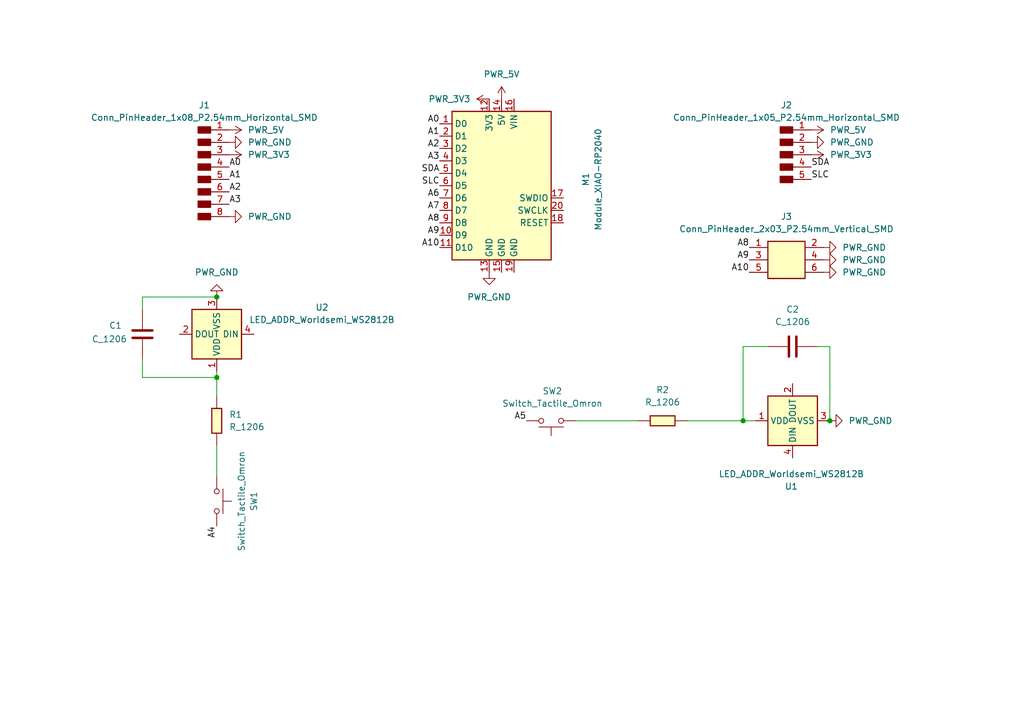
<source format=kicad_sch>
(kicad_sch (version 20231120) (generator "eeschema") (generator_version "8.0")
  (paper "A5")
  (lib_symbols
    (symbol "fab:C_1206" (pin_numbers hide)
      (property "Reference" "C" (at 0.635 2.54 0))
      (property "Value" "C_1206" (at 0.635 -2.54 0))
      (symbol "C_1206_0_1"
        (polyline (pts (xy -2.032 -0.762) (xy 2.032 -0.762)) (stroke (width 0.508)))
        (polyline (pts (xy -2.032 0.762) (xy 2.032 0.762)) (stroke (width 0.508)))
        (polyline (pts (xy 0 -0.635) (xy 0 -2.54)))
        (polyline (pts (xy 0 0.635) (xy 0 2.54)))
      )
      (symbol "C_1206_1_1"
        (pin passive line (at 0 5.08 270) (length 2.54) (name "~") (number "1"))
        (pin passive line (at 0 -5.08 90) (length 2.54) (name "~") (number "2"))
      )
    )
    (symbol "fab:Conn_PinHeader_1x05_P2.54mm_Horizontal_SMD" (pin_names hide)
      (property "Reference" "J" (at 0 7.62 0))
      (property "Value" "Conn_PinHeader_1x05_P2.54mm_Horizontal_SMD" (at 0 -7.62 0))
      (symbol "Conn_PinHeader_1x05_P2.54mm_Horizontal_SMD_1_1"
        (rectangle (start -1.27 -4.445) (end 1.27 -5.715) (stroke (width 0.254)) (fill (type outline)))
        (rectangle (start -1.27 -1.905) (end 1.27 -3.175) (stroke (width 0.254)) (fill (type outline)))
        (rectangle (start -1.27 0.635) (end 1.27 -0.635) (stroke (width 0.254)) (fill (type outline)))
        (rectangle (start -1.27 3.175) (end 1.27 1.905) (stroke (width 0.254)) (fill (type outline)))
        (rectangle (start -1.27 5.715) (end 1.27 4.445) (stroke (width 0.254)) (fill (type outline)))
        (pin passive line (at 5.08 5.08 180) (length 3.81) (name "Pin_1") (number "1"))
        (pin passive line (at 5.08 2.54 180) (length 3.81) (name "Pin_2") (number "2"))
        (pin passive line (at 5.08 0 180) (length 3.81) (name "Pin_3") (number "3"))
        (pin passive line (at 5.08 -2.54 180) (length 3.81) (name "Pin_4") (number "4"))
        (pin passive line (at 5.08 -5.08 180) (length 3.81) (name "Pin_5") (number "5"))
      )
    )
    (symbol "fab:Conn_PinHeader_1x08_P2.54mm_Horizontal_SMD" (pin_names hide)
      (property "Reference" "J" (at 0 10.16 0))
      (property "Value" "Conn_PinHeader_1x08_P2.54mm_Horizontal_SMD" (at 0 -12.7 0))
      (symbol "Conn_PinHeader_1x08_P2.54mm_Horizontal_SMD_1_1"
        (rectangle (start -1.27 -9.525) (end 1.27 -10.795) (stroke (width 0.254)) (fill (type outline)))
        (rectangle (start -1.27 -6.985) (end 1.27 -8.255) (stroke (width 0.254)) (fill (type outline)))
        (rectangle (start -1.27 -4.445) (end 1.27 -5.715) (stroke (width 0.254)) (fill (type outline)))
        (rectangle (start -1.27 -1.905) (end 1.27 -3.175) (stroke (width 0.254)) (fill (type outline)))
        (rectangle (start -1.27 0.635) (end 1.27 -0.635) (stroke (width 0.254)) (fill (type outline)))
        (rectangle (start -1.27 3.175) (end 1.27 1.905) (stroke (width 0.254)) (fill (type outline)))
        (rectangle (start -1.27 5.715) (end 1.27 4.445) (stroke (width 0.254)) (fill (type outline)))
        (rectangle (start -1.27 8.255) (end 1.27 6.985) (stroke (width 0.254)) (fill (type outline)))
        (pin passive line (at 5.08 7.62 180) (length 3.81) (name "Pin_1") (number "1"))
        (pin passive line (at 5.08 5.08 180) (length 3.81) (name "Pin_2") (number "2"))
        (pin passive line (at 5.08 2.54 180) (length 3.81) (name "Pin_3") (number "3"))
        (pin passive line (at 5.08 0 180) (length 3.81) (name "Pin_4") (number "4"))
        (pin passive line (at 5.08 -2.54 180) (length 3.81) (name "Pin_5") (number "5"))
        (pin passive line (at 5.08 -5.08 180) (length 3.81) (name "Pin_6") (number "6"))
        (pin passive line (at 5.08 -7.62 180) (length 3.81) (name "Pin_7") (number "7"))
        (pin passive line (at 5.08 -10.16 180) (length 3.81) (name "Pin_8") (number "8"))
      )
    )
    (symbol "fab:Conn_PinHeader_2x03_P2.54mm_Vertical_SMD" (pin_names hide)
      (property "Reference" "J" (at 0 5.08 0))
      (property "Value" "Conn_PinHeader_2x03_P2.54mm_Vertical_SMD" (at 0 -5.08 0))
      (symbol "Conn_PinHeader_2x03_P2.54mm_Vertical_SMD_1_1"
        (rectangle (start -3.81 3.81) (end 3.81 -3.81) (stroke (width 0.254)) (fill (type background)))
        (pin passive line (at -7.62 2.54 0) (length 3.81) (name "Pin_1") (number "1"))
        (pin passive line (at 7.62 2.54 180) (length 3.81) (name "Pin_2") (number "2"))
        (pin passive line (at -7.62 0 0) (length 3.81) (name "Pin_3") (number "3"))
        (pin passive line (at 7.62 0 180) (length 3.81) (name "Pin_4") (number "4"))
        (pin passive line (at -7.62 -2.54 0) (length 3.81) (name "Pin_5") (number "5"))
        (pin passive line (at 7.62 -2.54 180) (length 3.81) (name "Pin_6") (number "6"))
      )
    )
    (symbol "fab:LED_ADDR_Worldsemi_WS2812B"
      (property "Reference" "U" (at -5.08 5.715 0))
      (property "Value" "LED_ADDR_Worldsemi_WS2812B" (at 0.635 5.715 0))
      (symbol "LED_ADDR_Worldsemi_WS2812B_0_1"
        (rectangle (start -5.08 5.08) (end 5.08 -5.08) (stroke (width 0.254)) (fill (type background)))
      )
      (symbol "LED_ADDR_Worldsemi_WS2812B_1_1"
        (pin power_in line (at 0 7.62 270) (length 2.54) (name "VDD") (number "1"))
        (pin output line (at 7.62 0 180) (length 2.54) (name "DOUT") (number "2"))
        (pin power_in line (at 0 -7.62 90) (length 2.54) (name "VSS") (number "3"))
        (pin input line (at -7.62 0 0) (length 2.54) (name "DIN") (number "4"))
      )
    )
    (symbol "fab:Module_XIAO-RP2040"
      (property "Reference" "M" (at -10.16 16.51 0))
      (property "Value" "Module_XIAO-RP2040" (at 3.81 16.51 0))
      (symbol "Module_XIAO-RP2040_1_1"
        (rectangle (start -10.16 15.24) (end 10.16 -15.24) (stroke (width 0.254)) (fill (type background)))
        (pin bidirectional line (at -12.7 12.7 0) (length 2.54) (name "D0") (number "1"))
        (pin bidirectional line (at -12.7 -10.16 0) (length 2.54) (name "D9") (number "10"))
        (pin bidirectional line (at -12.7 -12.7 0) (length 2.54) (name "D10") (number "11"))
        (pin power_in line (at -2.54 17.78 270) (length 2.54) (name "3V3") (number "12"))
        (pin power_in line (at -2.54 -17.78 90) (length 2.54) (name "GND") (number "13"))
        (pin power_in line (at 0 17.78 270) (length 2.54) (name "5V") (number "14"))
        (pin power_in line (at 0 -17.78 90) (length 2.54) (name "GND") (number "15"))
        (pin power_in line (at 2.54 17.78 270) (length 2.54) (name "VIN") (number "16"))
        (pin bidirectional line (at 12.7 -2.54 180) (length 2.54) (name "SWDIO") (number "17"))
        (pin input line (at 12.7 -7.62 180) (length 2.54) (name "RESET") (number "18"))
        (pin power_in line (at 2.54 -17.78 90) (length 2.54) (name "GND") (number "19"))
        (pin bidirectional line (at -12.7 10.16 0) (length 2.54) (name "D1") (number "2"))
        (pin input line (at 12.7 -5.08 180) (length 2.54) (name "SWCLK") (number "20"))
        (pin bidirectional line (at -12.7 7.62 0) (length 2.54) (name "D2") (number "3"))
        (pin bidirectional line (at -12.7 5.08 0) (length 2.54) (name "D3") (number "4"))
        (pin bidirectional line (at -12.7 2.54 0) (length 2.54) (name "D4") (number "5"))
        (pin bidirectional line (at -12.7 0 0) (length 2.54) (name "D5") (number "6"))
        (pin bidirectional line (at -12.7 -2.54 0) (length 2.54) (name "D6") (number "7"))
        (pin bidirectional line (at -12.7 -5.08 0) (length 2.54) (name "D7") (number "8"))
        (pin bidirectional line (at -12.7 -7.62 0) (length 2.54) (name "D8") (number "9"))
      )
    )
    (symbol "fab:PWR_3V3" (power) (pin_names (offset 0))
      (property "Value" "PWR_3V3" (at 0 3.556 0))
      (symbol "PWR_3V3_0_1"
        (polyline (pts (xy -0.762 1.27) (xy 0 2.54)))
        (polyline (pts (xy 0 0) (xy 0 2.54)))
        (polyline (pts (xy 0 2.54) (xy 0.762 1.27)))
      )
      (symbol "PWR_3V3_1_1"
        (pin power_in line (at 0 0 90) (length 0) hide (name "PWR_3V3") (number "1"))
      )
    )
    (symbol "fab:PWR_5V" (power) (pin_names (offset 0))
      (property "Value" "PWR_5V" (at 0 3.556 0))
      (symbol "PWR_5V_0_1"
        (polyline (pts (xy -0.762 1.27) (xy 0 2.54)))
        (polyline (pts (xy 0 0) (xy 0 2.54)))
        (polyline (pts (xy 0 2.54) (xy 0.762 1.27)))
      )
      (symbol "PWR_5V_1_1"
        (pin power_in line (at 0 0 90) (length 0) hide (name "PWR_5V") (number "1"))
      )
    )
    (symbol "fab:PWR_GND" (power) (pin_names (offset 0))
      (property "Value" "PWR_GND" (at 0 -3.81 0))
      (symbol "PWR_GND_0_1"
        (polyline (pts (xy 0 0) (xy 0 -1.27) (xy 1.27 -1.27) (xy 0 -2.54) (xy -1.27 -1.27) (xy 0 -1.27)))
      )
      (symbol "PWR_GND_1_1"
        (pin power_in line (at 0 0 270) (length 0) hide (name "PWR_GND") (number "1"))
      )
    )
    (symbol "fab:R_1206" (pin_numbers hide) (pin_names (offset 0))
      (property "Reference" "R" (at 2.54 0 90))
      (property "Value" "R_1206" (at -2.54 0 90))
      (symbol "R_1206_0_1"
        (rectangle (start -1.016 -2.54) (end 1.016 2.54) (stroke (width 0.254)) (fill (type background)))
      )
      (symbol "R_1206_1_1"
        (pin passive line (at 0 5.08 270) (length 2.54) (name "~") (number "1"))
        (pin passive line (at 0 -5.08 90) (length 2.54) (name "~") (number "2"))
      )
    )
    (symbol "fab:Switch_Tactile_Omron" (pin_numbers hide) (pin_names (offset 1.016) hide)
      (property "Reference" "SW" (at 1.27 2.54 0))
      (property "Value" "Switch_Tactile_Omron" (at 0 -1.524 0))
      (symbol "Switch_Tactile_Omron_0_1"
        (circle (center -2.032 0) (radius 0.508))
        (polyline (pts (xy 0 1.27) (xy 0 3.048)))
        (polyline (pts (xy 2.54 1.27) (xy -2.54 1.27)))
        (circle (center 2.032 0) (radius 0.508))
        (pin passive line (at -5.08 0 0) (length 2.54) (name "1") (number "1"))
        (pin passive line (at 5.08 0 180) (length 2.54) (name "2") (number "2"))
      )
    )
  )
  (junction (at 44.45 60.96))
  (junction (at 170.18 86.36))
  (junction (at 152.4 86.36))
  (junction (at 44.45 77.47))
  (wire (pts (xy 167.64 71.12) (xy 170.18 71.12)))
  (wire (pts (xy 29.21 73.66) (xy 29.21 77.47)))
  (wire (pts (xy 118.11 86.36) (xy 130.81 86.36)))
  (wire (pts (xy 152.4 86.36) (xy 154.94 86.36)))
  (wire (pts (xy 140.97 86.36) (xy 152.4 86.36)))
  (wire (pts (xy 152.4 71.12) (xy 152.4 86.36)))
  (wire (pts (xy 44.45 91.44) (xy 44.45 97.79)))
  (wire (pts (xy 44.45 76.2) (xy 44.45 77.47)))
  (wire (pts (xy 170.18 71.12) (xy 170.18 86.36)))
  (wire (pts (xy 29.21 63.5) (xy 29.21 60.96)))
  (wire (pts (xy 29.21 60.96) (xy 44.45 60.96)))
  (wire (pts (xy 29.21 77.47) (xy 44.45 77.47)))
  (wire (pts (xy 157.48 71.12) (xy 152.4 71.12)))
  (wire (pts (xy 44.45 77.47) (xy 44.45 81.28)))
  (label "A0" (at 90.17 25.4 180))
  (label "A2" (at 90.17 30.48 180))
  (label "A9" (at 90.17 48.26 180))
  (label "A8" (at 153.67 50.8 180))
  (label "SLC" (at 90.17 38.1 180))
  (label "A2" (at 46.99 39.37 0))
  (label "SDA" (at 90.17 35.56 180))
  (label "SDA" (at 166.37 34.29 0))
  (label "A10" (at 90.17 50.8 180))
  (label "A9" (at 153.67 53.34 180))
  (label "A3" (at 90.17 33.02 180))
  (label "A1" (at 46.99 36.83 0))
  (label "A1" (at 90.17 27.94 180))
  (label "A3" (at 46.99 41.91 0))
  (label "SLC" (at 166.37 36.83 0))
  (label "A10" (at 153.67 55.88 180))
  (label "A5" (at 107.95 86.36 180))
  (label "A0" (at 46.99 34.29 0))
  (label "A4" (at 44.45 107.95 270))
  (label "A6" (at 90.17 40.64 180))
  (label "A7" (at 90.17 43.18 180))
  (label "A8" (at 90.17 45.72 180))
  (symbol (lib_id "fab:PWR_GND") (at 46.99 44.45 90) (unit 1)
    (property "Reference" "#PWR010" (effects (hide yes)))
    (property "Value" "PWR_GND" (at 50.8 44.4499 90) (effects (justify right)))
    (property "Description" "Power symbol creates a global label with name \"GND\" , ground" (effects (hide yes)))
  )
  (symbol (lib_id "fab:Conn_PinHeader_2x03_P2.54mm_Vertical_SMD") (at 161.29 53.34 0) (unit 1)
    (property "Reference" "J3" (at 161.29 44.45 0))
    (property "Value" "Conn_PinHeader_2x03_P2.54mm_Vertical_SMD" (at 161.29 46.99 0))
    (property "Footprint" "fab:PinHeader_2x03_P2.54mm_Vertical_SMD" (effects (hide yes)))
    (property "Datasheet" "https://cdn.amphenol-icc.com/media/wysiwyg/files/drawing/95278.pdf" (effects (hide yes)))
    (property "Description" "Connector Header Surface Mount 6 position 0.100\" (2.54mm)" (effects (hide yes)))
  )
  (symbol (lib_id "fab:PWR_GND") (at 100.33 55.88 0) (unit 1)
    (property "Reference" "#PWR07" (effects (hide yes)))
    (property "Value" "PWR_GND" (at 100.33 60.96 0))
    (property "Description" "Power symbol creates a global label with name \"GND\" , ground" (effects (hide yes)))
  )
  (symbol (lib_id "fab:R_1206") (at 135.89 86.36 90) (unit 1)
    (property "Reference" "R2" (at 135.89 80.01 90))
    (property "Value" "R_1206" (at 135.89 82.55 90))
    (property "Footprint" "fab:R_1206" (effects (hide yes)))
    (property "Description" "Resistor" (effects (hide yes)))
  )
  (symbol (lib_id "fab:PWR_GND") (at 46.99 29.21 90) (unit 1)
    (property "Reference" "#PWR03" (effects (hide yes)))
    (property "Value" "PWR_GND" (at 50.8 29.2099 90) (effects (justify right)))
    (property "Description" "Power symbol creates a global label with name \"GND\" , ground" (effects (hide yes)))
  )
  (symbol (lib_id "fab:PWR_GND") (at 168.91 53.34 90) (unit 1)
    (property "Reference" "#PWR016" (effects (hide yes)))
    (property "Value" "PWR_GND" (at 172.72 53.3399 90) (effects (justify right)))
    (property "Description" "Power symbol creates a global label with name \"GND\" , ground" (effects (hide yes)))
  )
  (symbol (lib_id "fab:Switch_Tactile_Omron") (at 113.03 86.36 180) (unit 1)
    (property "Reference" "SW2" (at 113.284 80.264 0))
    (property "Value" "Switch_Tactile_Omron" (at 113.284 82.804 0))
    (property "Footprint" "fab:Button_Omron_B3SN_6.0x6.0mm" (effects (hide yes)))
    (property "Datasheet" "https://omronfs.omron.com/en_US/ecb/products/pdf/en-b3sn.pdf" (effects (hide yes)))
    (property "Description" "Push button switch, Omron, B3SN, Sealed Tactile Switch (SMT), SPST-NO Top Actuated Surface Mount" (effects (hide yes)))
  )
  (symbol (lib_id "fab:PWR_5V") (at 46.99 26.67 270) (unit 1)
    (property "Reference" "#PWR02" (effects (hide yes)))
    (property "Value" "PWR_5V" (at 50.8 26.6699 90) (effects (justify left)))
    (property "Description" "Power symbol creates a global label with name \"+5V\"" (effects (hide yes)))
  )
  (symbol (lib_id "fab:PWR_5V") (at 166.37 26.67 270) (unit 1)
    (property "Reference" "#PWR05" (effects (hide yes)))
    (property "Value" "PWR_5V" (at 170.18 26.6699 90) (effects (justify left)))
    (property "Description" "Power symbol creates a global label with name \"+5V\"" (effects (hide yes)))
  )
  (symbol (lib_id "fab:Switch_Tactile_Omron") (at 44.45 102.87 270) (unit 1)
    (property "Reference" "SW1" (at 52.07 102.87 0))
    (property "Value" "Switch_Tactile_Omron" (at 49.53 102.87 0))
    (property "Footprint" "fab:Button_Omron_B3SN_6.0x6.0mm" (effects (hide yes)))
    (property "Datasheet" "https://omronfs.omron.com/en_US/ecb/products/pdf/en-b3sn.pdf" (effects (hide yes)))
    (property "Description" "Push button switch, Omron, B3SN, Sealed Tactile Switch (SMT), SPST-NO Top Actuated Surface Mount" (effects (hide yes)))
  )
  (symbol (lib_id "fab:Conn_PinHeader_1x05_P2.54mm_Horizontal_SMD") (at 161.29 31.75 0) (unit 1)
    (property "Reference" "J2" (at 161.29 21.59 0))
    (property "Value" "Conn_PinHeader_1x05_P2.54mm_Horizontal_SMD" (at 161.29 24.13 0))
    (property "Footprint" "fab:PinHeader_1x05_P2.54mm_Horizontal_SMD" (effects (hide yes)))
    (property "Description" "Male connector, single row" (effects (hide yes)))
  )
  (symbol (lib_id "fab:PWR_GND") (at 168.91 50.8 90) (unit 1)
    (property "Reference" "#PWR015" (effects (hide yes)))
    (property "Value" "PWR_GND" (at 172.72 50.7999 90) (effects (justify right)))
    (property "Description" "Power symbol creates a global label with name \"GND\" , ground" (effects (hide yes)))
  )
  (symbol (lib_id "fab:PWR_GND") (at 170.18 86.36 90) (unit 1)
    (property "Reference" "#PWR013" (effects (hide yes)))
    (property "Value" "PWR_GND" (at 173.99 86.3599 90) (effects (justify right)))
    (property "Description" "Power symbol creates a global label with name \"GND\" , ground" (effects (hide yes)))
  )
  (symbol (lib_id "fab:C_1206") (at 162.56 71.12 270) (unit 1)
    (property "Reference" "C2" (at 162.56 63.5 90))
    (property "Value" "C_1206" (at 162.56 66.04 90))
    (property "Footprint" "fab:C_1206" (effects (hide yes)))
    (property "Datasheet" "https://www.yageo.com/upload/media/product/productsearch/datasheet/mlcc/UPY-GP_NP0_16V-to-50V_18.pdf" (effects (hide yes)))
    (property "Description" "Unpolarized capacitor, SMD, 1206" (effects (hide yes)))
  )
  (symbol (lib_id "fab:LED_ADDR_Worldsemi_WS2812B") (at 44.45 68.58 180) (unit 1)
    (property "Reference" "U2" (at 66.04 63.0838 0))
    (property "Value" "LED_ADDR_Worldsemi_WS2812B" (at 66.04 65.6238 0))
    (property "Footprint" "fab:LED_ADDR_Worldsemi_WS2812B" (effects (hide yes)))
    (property "Datasheet" "http://cdn.sparkfun.com/datasheets/BreakoutBoards/WS2812B.pdf" (effects (hide yes)))
    (property "Description" "Worldsemi WS2812B, Adafruit Industries LLC ADDRESS LED SERIAL RGB 100PK" (effects (hide yes)))
  )
  (symbol (lib_id "fab:Module_XIAO-RP2040") (at 102.87 38.1 0) (unit 1)
    (property "Reference" "M1" (at 120.142 36.83 90))
    (property "Value" "Module_XIAO-RP2040" (at 122.682 36.83 90))
    (property "Footprint" "fab:SeeedStudio_XIAO_RP2040" (effects (hide yes)))
    (property "Datasheet" "https://wiki.seeedstudio.com/XIAO-RP2040/" (effects (hide yes)))
    (property "Description" "RP2040 XIAO RP2040 - ARM® Cortex®-M0+ MCU 32-Bit Embedded Evaluation Board" (effects (hide yes)))
  )
  (symbol (lib_id "fab:R_1206") (at 44.45 86.36 0) (unit 1)
    (property "Reference" "R1" (at 46.99 85.0899 0) (effects (justify left)))
    (property "Value" "R_1206" (at 46.99 87.6299 0) (effects (justify left)))
    (property "Footprint" "fab:R_1206" (effects (hide yes)))
    (property "Description" "Resistor" (effects (hide yes)))
  )
  (symbol (lib_id "fab:PWR_3V3") (at 100.33 20.32 90) (unit 1)
    (property "Reference" "#PWR01" (effects (hide yes)))
    (property "Value" "PWR_3V3" (at 96.52 20.3199 90) (effects (justify left)))
    (property "Description" "Power symbol creates a global label with name \"+3V3\"" (effects (hide yes)))
  )
  (symbol (lib_id "fab:PWR_5V") (at 102.87 20.32 0) (unit 1)
    (property "Reference" "#PWR06" (effects (hide yes)))
    (property "Value" "PWR_5V" (at 102.87 15.24 0))
    (property "Description" "Power symbol creates a global label with name \"+5V\"" (effects (hide yes)))
  )
  (symbol (lib_id "fab:PWR_GND") (at 166.37 29.21 90) (unit 1)
    (property "Reference" "#PWR08" (effects (hide yes)))
    (property "Value" "PWR_GND" (at 170.18 29.2099 90) (effects (justify right)))
    (property "Description" "Power symbol creates a global label with name \"GND\" , ground" (effects (hide yes)))
  )
  (symbol (lib_id "fab:PWR_GND") (at 44.45 60.96 180) (unit 1)
    (property "Reference" "#PWR012" (effects (hide yes)))
    (property "Value" "PWR_GND" (at 44.45 55.88 0))
    (property "Description" "Power symbol creates a global label with name \"GND\" , ground" (effects (hide yes)))
  )
  (symbol (lib_id "fab:Conn_PinHeader_1x08_P2.54mm_Horizontal_SMD") (at 41.91 34.29 0) (unit 1)
    (property "Reference" "J1" (at 41.91 21.59 0))
    (property "Value" "Conn_PinHeader_1x08_P2.54mm_Horizontal_SMD" (at 41.91 24.13 0))
    (property "Footprint" "fab:PinHeader_1x08_P2.54mm_Horizontal_SMD" (effects (hide yes)))
    (property "Description" "Male connector, single row" (effects (hide yes)))
  )
  (symbol (lib_id "fab:C_1206") (at 29.21 68.58 0) (unit 1)
    (property "Reference" "C1" (at 22.352 66.802 0) (effects (justify left)))
    (property "Value" "C_1206" (at 18.796 69.596 0) (effects (justify left)))
    (property "Footprint" "fab:C_1206" (effects (hide yes)))
    (property "Datasheet" "https://www.yageo.com/upload/media/product/productsearch/datasheet/mlcc/UPY-GP_NP0_16V-to-50V_18.pdf" (effects (hide yes)))
    (property "Description" "Unpolarized capacitor, SMD, 1206" (effects (hide yes)))
  )
  (symbol (lib_id "fab:PWR_3V3") (at 166.37 31.75 270) (unit 1)
    (property "Reference" "#PWR09" (effects (hide yes)))
    (property "Value" "PWR_3V3" (at 170.18 31.7499 90) (effects (justify left)))
    (property "Description" "Power symbol creates a global label with name \"+3V3\"" (effects (hide yes)))
  )
  (symbol (lib_id "fab:PWR_3V3") (at 46.99 31.75 270) (unit 1)
    (property "Reference" "#PWR04" (effects (hide yes)))
    (property "Value" "PWR_3V3" (at 50.8 31.7499 90) (effects (justify left)))
    (property "Description" "Power symbol creates a global label with name \"+3V3\"" (effects (hide yes)))
  )
  (symbol (lib_id "fab:LED_ADDR_Worldsemi_WS2812B") (at 162.56 86.36 90) (unit 1)
    (property "Reference" "U1" (at 162.306 99.822 90))
    (property "Value" "LED_ADDR_Worldsemi_WS2812B" (at 162.306 97.282 90))
    (property "Footprint" "fab:LED_ADDR_Worldsemi_WS2812B" (effects (hide yes)))
    (property "Datasheet" "http://cdn.sparkfun.com/datasheets/BreakoutBoards/WS2812B.pdf" (effects (hide yes)))
    (property "Description" "Worldsemi WS2812B, Adafruit Industries LLC ADDRESS LED SERIAL RGB 100PK" (effects (hide yes)))
  )
  (symbol (lib_id "fab:PWR_GND") (at 168.91 55.88 90) (unit 1)
    (property "Reference" "#PWR017" (effects (hide yes)))
    (property "Value" "PWR_GND" (at 172.72 55.8799 90) (effects (justify right)))
    (property "Description" "Power symbol creates a global label with name \"GND\" , ground" (effects (hide yes)))
  )
)
</source>
